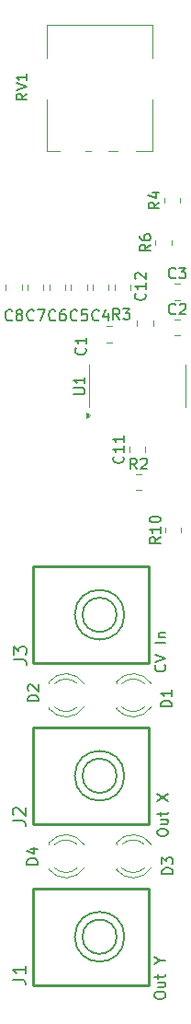
<source format=gbr>
%TF.GenerationSoftware,KiCad,Pcbnew,8.0.0*%
%TF.CreationDate,2024-06-17T17:20:25+02:00*%
%TF.ProjectId,Sloth,536c6f74-682e-46b6-9963-61645f706362,rev?*%
%TF.SameCoordinates,Original*%
%TF.FileFunction,Legend,Top*%
%TF.FilePolarity,Positive*%
%FSLAX46Y46*%
G04 Gerber Fmt 4.6, Leading zero omitted, Abs format (unit mm)*
G04 Created by KiCad (PCBNEW 8.0.0) date 2024-06-17 17:20:25*
%MOMM*%
%LPD*%
G01*
G04 APERTURE LIST*
%ADD10C,0.150000*%
%ADD11C,0.152400*%
%ADD12C,0.120000*%
%ADD13C,0.254000*%
%ADD14C,0.127000*%
G04 APERTURE END LIST*
D10*
X61055580Y-84980857D02*
X61103200Y-85028476D01*
X61103200Y-85028476D02*
X61150819Y-85171333D01*
X61150819Y-85171333D02*
X61150819Y-85266571D01*
X61150819Y-85266571D02*
X61103200Y-85409428D01*
X61103200Y-85409428D02*
X61007961Y-85504666D01*
X61007961Y-85504666D02*
X60912723Y-85552285D01*
X60912723Y-85552285D02*
X60722247Y-85599904D01*
X60722247Y-85599904D02*
X60579390Y-85599904D01*
X60579390Y-85599904D02*
X60388914Y-85552285D01*
X60388914Y-85552285D02*
X60293676Y-85504666D01*
X60293676Y-85504666D02*
X60198438Y-85409428D01*
X60198438Y-85409428D02*
X60150819Y-85266571D01*
X60150819Y-85266571D02*
X60150819Y-85171333D01*
X60150819Y-85171333D02*
X60198438Y-85028476D01*
X60198438Y-85028476D02*
X60246057Y-84980857D01*
X61150819Y-84028476D02*
X61150819Y-84599904D01*
X61150819Y-84314190D02*
X60150819Y-84314190D01*
X60150819Y-84314190D02*
X60293676Y-84409428D01*
X60293676Y-84409428D02*
X60388914Y-84504666D01*
X60388914Y-84504666D02*
X60436533Y-84599904D01*
X60246057Y-83647523D02*
X60198438Y-83599904D01*
X60198438Y-83599904D02*
X60150819Y-83504666D01*
X60150819Y-83504666D02*
X60150819Y-83266571D01*
X60150819Y-83266571D02*
X60198438Y-83171333D01*
X60198438Y-83171333D02*
X60246057Y-83123714D01*
X60246057Y-83123714D02*
X60341295Y-83076095D01*
X60341295Y-83076095D02*
X60436533Y-83076095D01*
X60436533Y-83076095D02*
X60579390Y-83123714D01*
X60579390Y-83123714D02*
X61150819Y-83695142D01*
X61150819Y-83695142D02*
X61150819Y-83076095D01*
D11*
X48866451Y-133457417D02*
X49728237Y-133457417D01*
X49728237Y-133457417D02*
X49900594Y-133514870D01*
X49900594Y-133514870D02*
X50015499Y-133629774D01*
X50015499Y-133629774D02*
X50072951Y-133802132D01*
X50072951Y-133802132D02*
X50072951Y-133917036D01*
X48981356Y-132940346D02*
X48923903Y-132882894D01*
X48923903Y-132882894D02*
X48866451Y-132767989D01*
X48866451Y-132767989D02*
X48866451Y-132480727D01*
X48866451Y-132480727D02*
X48923903Y-132365822D01*
X48923903Y-132365822D02*
X48981356Y-132308370D01*
X48981356Y-132308370D02*
X49096260Y-132250917D01*
X49096260Y-132250917D02*
X49211165Y-132250917D01*
X49211165Y-132250917D02*
X49383522Y-132308370D01*
X49383522Y-132308370D02*
X50072951Y-132997798D01*
X50072951Y-132997798D02*
X50072951Y-132250917D01*
D10*
X62211617Y-134653042D02*
X62211617Y-134462566D01*
X62211617Y-134462566D02*
X62259236Y-134367328D01*
X62259236Y-134367328D02*
X62354474Y-134272090D01*
X62354474Y-134272090D02*
X62544950Y-134224471D01*
X62544950Y-134224471D02*
X62878283Y-134224471D01*
X62878283Y-134224471D02*
X63068759Y-134272090D01*
X63068759Y-134272090D02*
X63163998Y-134367328D01*
X63163998Y-134367328D02*
X63211617Y-134462566D01*
X63211617Y-134462566D02*
X63211617Y-134653042D01*
X63211617Y-134653042D02*
X63163998Y-134748280D01*
X63163998Y-134748280D02*
X63068759Y-134843518D01*
X63068759Y-134843518D02*
X62878283Y-134891137D01*
X62878283Y-134891137D02*
X62544950Y-134891137D01*
X62544950Y-134891137D02*
X62354474Y-134843518D01*
X62354474Y-134843518D02*
X62259236Y-134748280D01*
X62259236Y-134748280D02*
X62211617Y-134653042D01*
X62544950Y-133367328D02*
X63211617Y-133367328D01*
X62544950Y-133795899D02*
X63068759Y-133795899D01*
X63068759Y-133795899D02*
X63163998Y-133748280D01*
X63163998Y-133748280D02*
X63211617Y-133653042D01*
X63211617Y-133653042D02*
X63211617Y-133510185D01*
X63211617Y-133510185D02*
X63163998Y-133414947D01*
X63163998Y-133414947D02*
X63116378Y-133367328D01*
X62544950Y-133033994D02*
X62544950Y-132653042D01*
X62211617Y-132891137D02*
X63068759Y-132891137D01*
X63068759Y-132891137D02*
X63163998Y-132843518D01*
X63163998Y-132843518D02*
X63211617Y-132748280D01*
X63211617Y-132748280D02*
X63211617Y-132653042D01*
X62211617Y-131653041D02*
X63211617Y-130986375D01*
X62211617Y-130986375D02*
X63211617Y-131653041D01*
X61600819Y-80504666D02*
X61124628Y-80837999D01*
X61600819Y-81076094D02*
X60600819Y-81076094D01*
X60600819Y-81076094D02*
X60600819Y-80695142D01*
X60600819Y-80695142D02*
X60648438Y-80599904D01*
X60648438Y-80599904D02*
X60696057Y-80552285D01*
X60696057Y-80552285D02*
X60791295Y-80504666D01*
X60791295Y-80504666D02*
X60934152Y-80504666D01*
X60934152Y-80504666D02*
X61029390Y-80552285D01*
X61029390Y-80552285D02*
X61077009Y-80599904D01*
X61077009Y-80599904D02*
X61124628Y-80695142D01*
X61124628Y-80695142D02*
X61124628Y-81076094D01*
X60600819Y-79647523D02*
X60600819Y-79837999D01*
X60600819Y-79837999D02*
X60648438Y-79933237D01*
X60648438Y-79933237D02*
X60696057Y-79980856D01*
X60696057Y-79980856D02*
X60838914Y-80076094D01*
X60838914Y-80076094D02*
X61029390Y-80123713D01*
X61029390Y-80123713D02*
X61410342Y-80123713D01*
X61410342Y-80123713D02*
X61505580Y-80076094D01*
X61505580Y-80076094D02*
X61553200Y-80028475D01*
X61553200Y-80028475D02*
X61600819Y-79933237D01*
X61600819Y-79933237D02*
X61600819Y-79742761D01*
X61600819Y-79742761D02*
X61553200Y-79647523D01*
X61553200Y-79647523D02*
X61505580Y-79599904D01*
X61505580Y-79599904D02*
X61410342Y-79552285D01*
X61410342Y-79552285D02*
X61172247Y-79552285D01*
X61172247Y-79552285D02*
X61077009Y-79599904D01*
X61077009Y-79599904D02*
X61029390Y-79647523D01*
X61029390Y-79647523D02*
X60981771Y-79742761D01*
X60981771Y-79742761D02*
X60981771Y-79933237D01*
X60981771Y-79933237D02*
X61029390Y-80028475D01*
X61029390Y-80028475D02*
X61077009Y-80076094D01*
X61077009Y-80076094D02*
X61172247Y-80123713D01*
X56829333Y-87397580D02*
X56781714Y-87445200D01*
X56781714Y-87445200D02*
X56638857Y-87492819D01*
X56638857Y-87492819D02*
X56543619Y-87492819D01*
X56543619Y-87492819D02*
X56400762Y-87445200D01*
X56400762Y-87445200D02*
X56305524Y-87349961D01*
X56305524Y-87349961D02*
X56257905Y-87254723D01*
X56257905Y-87254723D02*
X56210286Y-87064247D01*
X56210286Y-87064247D02*
X56210286Y-86921390D01*
X56210286Y-86921390D02*
X56257905Y-86730914D01*
X56257905Y-86730914D02*
X56305524Y-86635676D01*
X56305524Y-86635676D02*
X56400762Y-86540438D01*
X56400762Y-86540438D02*
X56543619Y-86492819D01*
X56543619Y-86492819D02*
X56638857Y-86492819D01*
X56638857Y-86492819D02*
X56781714Y-86540438D01*
X56781714Y-86540438D02*
X56829333Y-86588057D01*
X57686476Y-86826152D02*
X57686476Y-87492819D01*
X57448381Y-86445200D02*
X57210286Y-87159485D01*
X57210286Y-87159485D02*
X57829333Y-87159485D01*
X54829333Y-87397580D02*
X54781714Y-87445200D01*
X54781714Y-87445200D02*
X54638857Y-87492819D01*
X54638857Y-87492819D02*
X54543619Y-87492819D01*
X54543619Y-87492819D02*
X54400762Y-87445200D01*
X54400762Y-87445200D02*
X54305524Y-87349961D01*
X54305524Y-87349961D02*
X54257905Y-87254723D01*
X54257905Y-87254723D02*
X54210286Y-87064247D01*
X54210286Y-87064247D02*
X54210286Y-86921390D01*
X54210286Y-86921390D02*
X54257905Y-86730914D01*
X54257905Y-86730914D02*
X54305524Y-86635676D01*
X54305524Y-86635676D02*
X54400762Y-86540438D01*
X54400762Y-86540438D02*
X54543619Y-86492819D01*
X54543619Y-86492819D02*
X54638857Y-86492819D01*
X54638857Y-86492819D02*
X54781714Y-86540438D01*
X54781714Y-86540438D02*
X54829333Y-86588057D01*
X55734095Y-86492819D02*
X55257905Y-86492819D01*
X55257905Y-86492819D02*
X55210286Y-86969009D01*
X55210286Y-86969009D02*
X55257905Y-86921390D01*
X55257905Y-86921390D02*
X55353143Y-86873771D01*
X55353143Y-86873771D02*
X55591238Y-86873771D01*
X55591238Y-86873771D02*
X55686476Y-86921390D01*
X55686476Y-86921390D02*
X55734095Y-86969009D01*
X55734095Y-86969009D02*
X55781714Y-87064247D01*
X55781714Y-87064247D02*
X55781714Y-87302342D01*
X55781714Y-87302342D02*
X55734095Y-87397580D01*
X55734095Y-87397580D02*
X55686476Y-87445200D01*
X55686476Y-87445200D02*
X55591238Y-87492819D01*
X55591238Y-87492819D02*
X55353143Y-87492819D01*
X55353143Y-87492819D02*
X55257905Y-87445200D01*
X55257905Y-87445200D02*
X55210286Y-87397580D01*
X63550820Y-122976093D02*
X62550820Y-122976093D01*
X62550820Y-122976093D02*
X62550820Y-122737998D01*
X62550820Y-122737998D02*
X62598439Y-122595141D01*
X62598439Y-122595141D02*
X62693677Y-122499903D01*
X62693677Y-122499903D02*
X62788915Y-122452284D01*
X62788915Y-122452284D02*
X62979391Y-122404665D01*
X62979391Y-122404665D02*
X63122248Y-122404665D01*
X63122248Y-122404665D02*
X63312724Y-122452284D01*
X63312724Y-122452284D02*
X63407962Y-122499903D01*
X63407962Y-122499903D02*
X63503201Y-122595141D01*
X63503201Y-122595141D02*
X63550820Y-122737998D01*
X63550820Y-122737998D02*
X63550820Y-122976093D01*
X63550820Y-121452284D02*
X63550820Y-122023712D01*
X63550820Y-121737998D02*
X62550820Y-121737998D01*
X62550820Y-121737998D02*
X62693677Y-121833236D01*
X62693677Y-121833236D02*
X62788915Y-121928474D01*
X62788915Y-121928474D02*
X62836534Y-122023712D01*
D11*
X48866451Y-148057417D02*
X49728237Y-148057417D01*
X49728237Y-148057417D02*
X49900594Y-148114870D01*
X49900594Y-148114870D02*
X50015499Y-148229774D01*
X50015499Y-148229774D02*
X50072951Y-148402132D01*
X50072951Y-148402132D02*
X50072951Y-148517036D01*
X50072951Y-146850917D02*
X50072951Y-147540346D01*
X50072951Y-147195632D02*
X48866451Y-147195632D01*
X48866451Y-147195632D02*
X49038808Y-147310536D01*
X49038808Y-147310536D02*
X49153713Y-147425441D01*
X49153713Y-147425441D02*
X49211165Y-147540346D01*
D10*
X61963998Y-149605423D02*
X61963998Y-149414947D01*
X61963998Y-149414947D02*
X62011617Y-149319709D01*
X62011617Y-149319709D02*
X62106855Y-149224471D01*
X62106855Y-149224471D02*
X62297331Y-149176852D01*
X62297331Y-149176852D02*
X62630664Y-149176852D01*
X62630664Y-149176852D02*
X62821140Y-149224471D01*
X62821140Y-149224471D02*
X62916379Y-149319709D01*
X62916379Y-149319709D02*
X62963998Y-149414947D01*
X62963998Y-149414947D02*
X62963998Y-149605423D01*
X62963998Y-149605423D02*
X62916379Y-149700661D01*
X62916379Y-149700661D02*
X62821140Y-149795899D01*
X62821140Y-149795899D02*
X62630664Y-149843518D01*
X62630664Y-149843518D02*
X62297331Y-149843518D01*
X62297331Y-149843518D02*
X62106855Y-149795899D01*
X62106855Y-149795899D02*
X62011617Y-149700661D01*
X62011617Y-149700661D02*
X61963998Y-149605423D01*
X62297331Y-148319709D02*
X62963998Y-148319709D01*
X62297331Y-148748280D02*
X62821140Y-148748280D01*
X62821140Y-148748280D02*
X62916379Y-148700661D01*
X62916379Y-148700661D02*
X62963998Y-148605423D01*
X62963998Y-148605423D02*
X62963998Y-148462566D01*
X62963998Y-148462566D02*
X62916379Y-148367328D01*
X62916379Y-148367328D02*
X62868759Y-148319709D01*
X62297331Y-147986375D02*
X62297331Y-147605423D01*
X61963998Y-147843518D02*
X62821140Y-147843518D01*
X62821140Y-147843518D02*
X62916379Y-147795899D01*
X62916379Y-147795899D02*
X62963998Y-147700661D01*
X62963998Y-147700661D02*
X62963998Y-147605423D01*
X62487807Y-146319708D02*
X62963998Y-146319708D01*
X61963998Y-146653041D02*
X62487807Y-146319708D01*
X62487807Y-146319708D02*
X61963998Y-145986375D01*
X58729334Y-87392818D02*
X58396001Y-86916627D01*
X58157906Y-87392818D02*
X58157906Y-86392818D01*
X58157906Y-86392818D02*
X58538858Y-86392818D01*
X58538858Y-86392818D02*
X58634096Y-86440437D01*
X58634096Y-86440437D02*
X58681715Y-86488056D01*
X58681715Y-86488056D02*
X58729334Y-86583294D01*
X58729334Y-86583294D02*
X58729334Y-86726151D01*
X58729334Y-86726151D02*
X58681715Y-86821389D01*
X58681715Y-86821389D02*
X58634096Y-86869008D01*
X58634096Y-86869008D02*
X58538858Y-86916627D01*
X58538858Y-86916627D02*
X58157906Y-86916627D01*
X59062668Y-86392818D02*
X59681715Y-86392818D01*
X59681715Y-86392818D02*
X59348382Y-86773770D01*
X59348382Y-86773770D02*
X59491239Y-86773770D01*
X59491239Y-86773770D02*
X59586477Y-86821389D01*
X59586477Y-86821389D02*
X59634096Y-86869008D01*
X59634096Y-86869008D02*
X59681715Y-86964246D01*
X59681715Y-86964246D02*
X59681715Y-87202341D01*
X59681715Y-87202341D02*
X59634096Y-87297579D01*
X59634096Y-87297579D02*
X59586477Y-87345199D01*
X59586477Y-87345199D02*
X59491239Y-87392818D01*
X59491239Y-87392818D02*
X59205525Y-87392818D01*
X59205525Y-87392818D02*
X59110287Y-87345199D01*
X59110287Y-87345199D02*
X59062668Y-87297579D01*
X48829333Y-87397580D02*
X48781714Y-87445200D01*
X48781714Y-87445200D02*
X48638857Y-87492819D01*
X48638857Y-87492819D02*
X48543619Y-87492819D01*
X48543619Y-87492819D02*
X48400762Y-87445200D01*
X48400762Y-87445200D02*
X48305524Y-87349961D01*
X48305524Y-87349961D02*
X48257905Y-87254723D01*
X48257905Y-87254723D02*
X48210286Y-87064247D01*
X48210286Y-87064247D02*
X48210286Y-86921390D01*
X48210286Y-86921390D02*
X48257905Y-86730914D01*
X48257905Y-86730914D02*
X48305524Y-86635676D01*
X48305524Y-86635676D02*
X48400762Y-86540438D01*
X48400762Y-86540438D02*
X48543619Y-86492819D01*
X48543619Y-86492819D02*
X48638857Y-86492819D01*
X48638857Y-86492819D02*
X48781714Y-86540438D01*
X48781714Y-86540438D02*
X48829333Y-86588057D01*
X49400762Y-86921390D02*
X49305524Y-86873771D01*
X49305524Y-86873771D02*
X49257905Y-86826152D01*
X49257905Y-86826152D02*
X49210286Y-86730914D01*
X49210286Y-86730914D02*
X49210286Y-86683295D01*
X49210286Y-86683295D02*
X49257905Y-86588057D01*
X49257905Y-86588057D02*
X49305524Y-86540438D01*
X49305524Y-86540438D02*
X49400762Y-86492819D01*
X49400762Y-86492819D02*
X49591238Y-86492819D01*
X49591238Y-86492819D02*
X49686476Y-86540438D01*
X49686476Y-86540438D02*
X49734095Y-86588057D01*
X49734095Y-86588057D02*
X49781714Y-86683295D01*
X49781714Y-86683295D02*
X49781714Y-86730914D01*
X49781714Y-86730914D02*
X49734095Y-86826152D01*
X49734095Y-86826152D02*
X49686476Y-86873771D01*
X49686476Y-86873771D02*
X49591238Y-86921390D01*
X49591238Y-86921390D02*
X49400762Y-86921390D01*
X49400762Y-86921390D02*
X49305524Y-86969009D01*
X49305524Y-86969009D02*
X49257905Y-87016628D01*
X49257905Y-87016628D02*
X49210286Y-87111866D01*
X49210286Y-87111866D02*
X49210286Y-87302342D01*
X49210286Y-87302342D02*
X49257905Y-87397580D01*
X49257905Y-87397580D02*
X49305524Y-87445200D01*
X49305524Y-87445200D02*
X49400762Y-87492819D01*
X49400762Y-87492819D02*
X49591238Y-87492819D01*
X49591238Y-87492819D02*
X49686476Y-87445200D01*
X49686476Y-87445200D02*
X49734095Y-87397580D01*
X49734095Y-87397580D02*
X49781714Y-87302342D01*
X49781714Y-87302342D02*
X49781714Y-87111866D01*
X49781714Y-87111866D02*
X49734095Y-87016628D01*
X49734095Y-87016628D02*
X49686476Y-86969009D01*
X49686476Y-86969009D02*
X49591238Y-86921390D01*
X63650819Y-138376094D02*
X62650819Y-138376094D01*
X62650819Y-138376094D02*
X62650819Y-138137999D01*
X62650819Y-138137999D02*
X62698438Y-137995142D01*
X62698438Y-137995142D02*
X62793676Y-137899904D01*
X62793676Y-137899904D02*
X62888914Y-137852285D01*
X62888914Y-137852285D02*
X63079390Y-137804666D01*
X63079390Y-137804666D02*
X63222247Y-137804666D01*
X63222247Y-137804666D02*
X63412723Y-137852285D01*
X63412723Y-137852285D02*
X63507961Y-137899904D01*
X63507961Y-137899904D02*
X63603200Y-137995142D01*
X63603200Y-137995142D02*
X63650819Y-138137999D01*
X63650819Y-138137999D02*
X63650819Y-138376094D01*
X62650819Y-137471332D02*
X62650819Y-136852285D01*
X62650819Y-136852285D02*
X63031771Y-137185618D01*
X63031771Y-137185618D02*
X63031771Y-137042761D01*
X63031771Y-137042761D02*
X63079390Y-136947523D01*
X63079390Y-136947523D02*
X63127009Y-136899904D01*
X63127009Y-136899904D02*
X63222247Y-136852285D01*
X63222247Y-136852285D02*
X63460342Y-136852285D01*
X63460342Y-136852285D02*
X63555580Y-136899904D01*
X63555580Y-136899904D02*
X63603200Y-136947523D01*
X63603200Y-136947523D02*
X63650819Y-137042761D01*
X63650819Y-137042761D02*
X63650819Y-137328475D01*
X63650819Y-137328475D02*
X63603200Y-137423713D01*
X63603200Y-137423713D02*
X63555580Y-137471332D01*
X62500819Y-107380857D02*
X62024628Y-107714190D01*
X62500819Y-107952285D02*
X61500819Y-107952285D01*
X61500819Y-107952285D02*
X61500819Y-107571333D01*
X61500819Y-107571333D02*
X61548438Y-107476095D01*
X61548438Y-107476095D02*
X61596057Y-107428476D01*
X61596057Y-107428476D02*
X61691295Y-107380857D01*
X61691295Y-107380857D02*
X61834152Y-107380857D01*
X61834152Y-107380857D02*
X61929390Y-107428476D01*
X61929390Y-107428476D02*
X61977009Y-107476095D01*
X61977009Y-107476095D02*
X62024628Y-107571333D01*
X62024628Y-107571333D02*
X62024628Y-107952285D01*
X62500819Y-106428476D02*
X62500819Y-106999904D01*
X62500819Y-106714190D02*
X61500819Y-106714190D01*
X61500819Y-106714190D02*
X61643676Y-106809428D01*
X61643676Y-106809428D02*
X61738914Y-106904666D01*
X61738914Y-106904666D02*
X61786533Y-106999904D01*
X61500819Y-105809428D02*
X61500819Y-105714190D01*
X61500819Y-105714190D02*
X61548438Y-105618952D01*
X61548438Y-105618952D02*
X61596057Y-105571333D01*
X61596057Y-105571333D02*
X61691295Y-105523714D01*
X61691295Y-105523714D02*
X61881771Y-105476095D01*
X61881771Y-105476095D02*
X62119866Y-105476095D01*
X62119866Y-105476095D02*
X62310342Y-105523714D01*
X62310342Y-105523714D02*
X62405580Y-105571333D01*
X62405580Y-105571333D02*
X62453200Y-105618952D01*
X62453200Y-105618952D02*
X62500819Y-105714190D01*
X62500819Y-105714190D02*
X62500819Y-105809428D01*
X62500819Y-105809428D02*
X62453200Y-105904666D01*
X62453200Y-105904666D02*
X62405580Y-105952285D01*
X62405580Y-105952285D02*
X62310342Y-105999904D01*
X62310342Y-105999904D02*
X62119866Y-106047523D01*
X62119866Y-106047523D02*
X61881771Y-106047523D01*
X61881771Y-106047523D02*
X61691295Y-105999904D01*
X61691295Y-105999904D02*
X61596057Y-105952285D01*
X61596057Y-105952285D02*
X61548438Y-105904666D01*
X61548438Y-105904666D02*
X61500819Y-105809428D01*
X62400819Y-76604666D02*
X61924628Y-76937999D01*
X62400819Y-77176094D02*
X61400819Y-77176094D01*
X61400819Y-77176094D02*
X61400819Y-76795142D01*
X61400819Y-76795142D02*
X61448438Y-76699904D01*
X61448438Y-76699904D02*
X61496057Y-76652285D01*
X61496057Y-76652285D02*
X61591295Y-76604666D01*
X61591295Y-76604666D02*
X61734152Y-76604666D01*
X61734152Y-76604666D02*
X61829390Y-76652285D01*
X61829390Y-76652285D02*
X61877009Y-76699904D01*
X61877009Y-76699904D02*
X61924628Y-76795142D01*
X61924628Y-76795142D02*
X61924628Y-77176094D01*
X61734152Y-75747523D02*
X62400819Y-75747523D01*
X61353200Y-75985618D02*
X62067485Y-76223713D01*
X62067485Y-76223713D02*
X62067485Y-75604666D01*
X50829333Y-87397580D02*
X50781714Y-87445200D01*
X50781714Y-87445200D02*
X50638857Y-87492819D01*
X50638857Y-87492819D02*
X50543619Y-87492819D01*
X50543619Y-87492819D02*
X50400762Y-87445200D01*
X50400762Y-87445200D02*
X50305524Y-87349961D01*
X50305524Y-87349961D02*
X50257905Y-87254723D01*
X50257905Y-87254723D02*
X50210286Y-87064247D01*
X50210286Y-87064247D02*
X50210286Y-86921390D01*
X50210286Y-86921390D02*
X50257905Y-86730914D01*
X50257905Y-86730914D02*
X50305524Y-86635676D01*
X50305524Y-86635676D02*
X50400762Y-86540438D01*
X50400762Y-86540438D02*
X50543619Y-86492819D01*
X50543619Y-86492819D02*
X50638857Y-86492819D01*
X50638857Y-86492819D02*
X50781714Y-86540438D01*
X50781714Y-86540438D02*
X50829333Y-86588057D01*
X51162667Y-86492819D02*
X51829333Y-86492819D01*
X51829333Y-86492819D02*
X51400762Y-87492819D01*
X50210819Y-66623238D02*
X49734628Y-66956571D01*
X50210819Y-67194666D02*
X49210819Y-67194666D01*
X49210819Y-67194666D02*
X49210819Y-66813714D01*
X49210819Y-66813714D02*
X49258438Y-66718476D01*
X49258438Y-66718476D02*
X49306057Y-66670857D01*
X49306057Y-66670857D02*
X49401295Y-66623238D01*
X49401295Y-66623238D02*
X49544152Y-66623238D01*
X49544152Y-66623238D02*
X49639390Y-66670857D01*
X49639390Y-66670857D02*
X49687009Y-66718476D01*
X49687009Y-66718476D02*
X49734628Y-66813714D01*
X49734628Y-66813714D02*
X49734628Y-67194666D01*
X49210819Y-66337523D02*
X50210819Y-66004190D01*
X50210819Y-66004190D02*
X49210819Y-65670857D01*
X50210819Y-64813714D02*
X50210819Y-65385142D01*
X50210819Y-65099428D02*
X49210819Y-65099428D01*
X49210819Y-65099428D02*
X49353676Y-65194666D01*
X49353676Y-65194666D02*
X49448914Y-65289904D01*
X49448914Y-65289904D02*
X49496533Y-65385142D01*
X51250819Y-122476094D02*
X50250819Y-122476094D01*
X50250819Y-122476094D02*
X50250819Y-122237999D01*
X50250819Y-122237999D02*
X50298438Y-122095142D01*
X50298438Y-122095142D02*
X50393676Y-121999904D01*
X50393676Y-121999904D02*
X50488914Y-121952285D01*
X50488914Y-121952285D02*
X50679390Y-121904666D01*
X50679390Y-121904666D02*
X50822247Y-121904666D01*
X50822247Y-121904666D02*
X51012723Y-121952285D01*
X51012723Y-121952285D02*
X51107961Y-121999904D01*
X51107961Y-121999904D02*
X51203200Y-122095142D01*
X51203200Y-122095142D02*
X51250819Y-122237999D01*
X51250819Y-122237999D02*
X51250819Y-122476094D01*
X50346057Y-121523713D02*
X50298438Y-121476094D01*
X50298438Y-121476094D02*
X50250819Y-121380856D01*
X50250819Y-121380856D02*
X50250819Y-121142761D01*
X50250819Y-121142761D02*
X50298438Y-121047523D01*
X50298438Y-121047523D02*
X50346057Y-120999904D01*
X50346057Y-120999904D02*
X50441295Y-120952285D01*
X50441295Y-120952285D02*
X50536533Y-120952285D01*
X50536533Y-120952285D02*
X50679390Y-120999904D01*
X50679390Y-120999904D02*
X51250819Y-121571332D01*
X51250819Y-121571332D02*
X51250819Y-120952285D01*
X63891833Y-86817580D02*
X63844214Y-86865200D01*
X63844214Y-86865200D02*
X63701357Y-86912819D01*
X63701357Y-86912819D02*
X63606119Y-86912819D01*
X63606119Y-86912819D02*
X63463262Y-86865200D01*
X63463262Y-86865200D02*
X63368024Y-86769961D01*
X63368024Y-86769961D02*
X63320405Y-86674723D01*
X63320405Y-86674723D02*
X63272786Y-86484247D01*
X63272786Y-86484247D02*
X63272786Y-86341390D01*
X63272786Y-86341390D02*
X63320405Y-86150914D01*
X63320405Y-86150914D02*
X63368024Y-86055676D01*
X63368024Y-86055676D02*
X63463262Y-85960438D01*
X63463262Y-85960438D02*
X63606119Y-85912819D01*
X63606119Y-85912819D02*
X63701357Y-85912819D01*
X63701357Y-85912819D02*
X63844214Y-85960438D01*
X63844214Y-85960438D02*
X63891833Y-86008057D01*
X64272786Y-86008057D02*
X64320405Y-85960438D01*
X64320405Y-85960438D02*
X64415643Y-85912819D01*
X64415643Y-85912819D02*
X64653738Y-85912819D01*
X64653738Y-85912819D02*
X64748976Y-85960438D01*
X64748976Y-85960438D02*
X64796595Y-86008057D01*
X64796595Y-86008057D02*
X64844214Y-86103295D01*
X64844214Y-86103295D02*
X64844214Y-86198533D01*
X64844214Y-86198533D02*
X64796595Y-86341390D01*
X64796595Y-86341390D02*
X64225167Y-86912819D01*
X64225167Y-86912819D02*
X64844214Y-86912819D01*
X63891833Y-83517580D02*
X63844214Y-83565200D01*
X63844214Y-83565200D02*
X63701357Y-83612819D01*
X63701357Y-83612819D02*
X63606119Y-83612819D01*
X63606119Y-83612819D02*
X63463262Y-83565200D01*
X63463262Y-83565200D02*
X63368024Y-83469961D01*
X63368024Y-83469961D02*
X63320405Y-83374723D01*
X63320405Y-83374723D02*
X63272786Y-83184247D01*
X63272786Y-83184247D02*
X63272786Y-83041390D01*
X63272786Y-83041390D02*
X63320405Y-82850914D01*
X63320405Y-82850914D02*
X63368024Y-82755676D01*
X63368024Y-82755676D02*
X63463262Y-82660438D01*
X63463262Y-82660438D02*
X63606119Y-82612819D01*
X63606119Y-82612819D02*
X63701357Y-82612819D01*
X63701357Y-82612819D02*
X63844214Y-82660438D01*
X63844214Y-82660438D02*
X63891833Y-82708057D01*
X64225167Y-82612819D02*
X64844214Y-82612819D01*
X64844214Y-82612819D02*
X64510881Y-82993771D01*
X64510881Y-82993771D02*
X64653738Y-82993771D01*
X64653738Y-82993771D02*
X64748976Y-83041390D01*
X64748976Y-83041390D02*
X64796595Y-83089009D01*
X64796595Y-83089009D02*
X64844214Y-83184247D01*
X64844214Y-83184247D02*
X64844214Y-83422342D01*
X64844214Y-83422342D02*
X64796595Y-83517580D01*
X64796595Y-83517580D02*
X64748976Y-83565200D01*
X64748976Y-83565200D02*
X64653738Y-83612819D01*
X64653738Y-83612819D02*
X64368024Y-83612819D01*
X64368024Y-83612819D02*
X64272786Y-83565200D01*
X64272786Y-83565200D02*
X64225167Y-83517580D01*
X59038080Y-99980857D02*
X59085700Y-100028476D01*
X59085700Y-100028476D02*
X59133319Y-100171333D01*
X59133319Y-100171333D02*
X59133319Y-100266571D01*
X59133319Y-100266571D02*
X59085700Y-100409428D01*
X59085700Y-100409428D02*
X58990461Y-100504666D01*
X58990461Y-100504666D02*
X58895223Y-100552285D01*
X58895223Y-100552285D02*
X58704747Y-100599904D01*
X58704747Y-100599904D02*
X58561890Y-100599904D01*
X58561890Y-100599904D02*
X58371414Y-100552285D01*
X58371414Y-100552285D02*
X58276176Y-100504666D01*
X58276176Y-100504666D02*
X58180938Y-100409428D01*
X58180938Y-100409428D02*
X58133319Y-100266571D01*
X58133319Y-100266571D02*
X58133319Y-100171333D01*
X58133319Y-100171333D02*
X58180938Y-100028476D01*
X58180938Y-100028476D02*
X58228557Y-99980857D01*
X59133319Y-99028476D02*
X59133319Y-99599904D01*
X59133319Y-99314190D02*
X58133319Y-99314190D01*
X58133319Y-99314190D02*
X58276176Y-99409428D01*
X58276176Y-99409428D02*
X58371414Y-99504666D01*
X58371414Y-99504666D02*
X58419033Y-99599904D01*
X59133319Y-98076095D02*
X59133319Y-98647523D01*
X59133319Y-98361809D02*
X58133319Y-98361809D01*
X58133319Y-98361809D02*
X58276176Y-98457047D01*
X58276176Y-98457047D02*
X58371414Y-98552285D01*
X58371414Y-98552285D02*
X58419033Y-98647523D01*
X52829333Y-87397580D02*
X52781714Y-87445200D01*
X52781714Y-87445200D02*
X52638857Y-87492819D01*
X52638857Y-87492819D02*
X52543619Y-87492819D01*
X52543619Y-87492819D02*
X52400762Y-87445200D01*
X52400762Y-87445200D02*
X52305524Y-87349961D01*
X52305524Y-87349961D02*
X52257905Y-87254723D01*
X52257905Y-87254723D02*
X52210286Y-87064247D01*
X52210286Y-87064247D02*
X52210286Y-86921390D01*
X52210286Y-86921390D02*
X52257905Y-86730914D01*
X52257905Y-86730914D02*
X52305524Y-86635676D01*
X52305524Y-86635676D02*
X52400762Y-86540438D01*
X52400762Y-86540438D02*
X52543619Y-86492819D01*
X52543619Y-86492819D02*
X52638857Y-86492819D01*
X52638857Y-86492819D02*
X52781714Y-86540438D01*
X52781714Y-86540438D02*
X52829333Y-86588057D01*
X53686476Y-86492819D02*
X53496000Y-86492819D01*
X53496000Y-86492819D02*
X53400762Y-86540438D01*
X53400762Y-86540438D02*
X53353143Y-86588057D01*
X53353143Y-86588057D02*
X53257905Y-86730914D01*
X53257905Y-86730914D02*
X53210286Y-86921390D01*
X53210286Y-86921390D02*
X53210286Y-87302342D01*
X53210286Y-87302342D02*
X53257905Y-87397580D01*
X53257905Y-87397580D02*
X53305524Y-87445200D01*
X53305524Y-87445200D02*
X53400762Y-87492819D01*
X53400762Y-87492819D02*
X53591238Y-87492819D01*
X53591238Y-87492819D02*
X53686476Y-87445200D01*
X53686476Y-87445200D02*
X53734095Y-87397580D01*
X53734095Y-87397580D02*
X53781714Y-87302342D01*
X53781714Y-87302342D02*
X53781714Y-87064247D01*
X53781714Y-87064247D02*
X53734095Y-86969009D01*
X53734095Y-86969009D02*
X53686476Y-86921390D01*
X53686476Y-86921390D02*
X53591238Y-86873771D01*
X53591238Y-86873771D02*
X53400762Y-86873771D01*
X53400762Y-86873771D02*
X53305524Y-86921390D01*
X53305524Y-86921390D02*
X53257905Y-86969009D01*
X53257905Y-86969009D02*
X53210286Y-87064247D01*
X54523319Y-94262404D02*
X55332842Y-94262404D01*
X55332842Y-94262404D02*
X55428080Y-94214785D01*
X55428080Y-94214785D02*
X55475700Y-94167166D01*
X55475700Y-94167166D02*
X55523319Y-94071928D01*
X55523319Y-94071928D02*
X55523319Y-93881452D01*
X55523319Y-93881452D02*
X55475700Y-93786214D01*
X55475700Y-93786214D02*
X55428080Y-93738595D01*
X55428080Y-93738595D02*
X55332842Y-93690976D01*
X55332842Y-93690976D02*
X54523319Y-93690976D01*
X55523319Y-92690976D02*
X55523319Y-93262404D01*
X55523319Y-92976690D02*
X54523319Y-92976690D01*
X54523319Y-92976690D02*
X54666176Y-93071928D01*
X54666176Y-93071928D02*
X54761414Y-93167166D01*
X54761414Y-93167166D02*
X54809033Y-93262404D01*
X60329333Y-101142819D02*
X59996000Y-100666628D01*
X59757905Y-101142819D02*
X59757905Y-100142819D01*
X59757905Y-100142819D02*
X60138857Y-100142819D01*
X60138857Y-100142819D02*
X60234095Y-100190438D01*
X60234095Y-100190438D02*
X60281714Y-100238057D01*
X60281714Y-100238057D02*
X60329333Y-100333295D01*
X60329333Y-100333295D02*
X60329333Y-100476152D01*
X60329333Y-100476152D02*
X60281714Y-100571390D01*
X60281714Y-100571390D02*
X60234095Y-100619009D01*
X60234095Y-100619009D02*
X60138857Y-100666628D01*
X60138857Y-100666628D02*
X59757905Y-100666628D01*
X60710286Y-100238057D02*
X60757905Y-100190438D01*
X60757905Y-100190438D02*
X60853143Y-100142819D01*
X60853143Y-100142819D02*
X61091238Y-100142819D01*
X61091238Y-100142819D02*
X61186476Y-100190438D01*
X61186476Y-100190438D02*
X61234095Y-100238057D01*
X61234095Y-100238057D02*
X61281714Y-100333295D01*
X61281714Y-100333295D02*
X61281714Y-100428533D01*
X61281714Y-100428533D02*
X61234095Y-100571390D01*
X61234095Y-100571390D02*
X60662667Y-101142819D01*
X60662667Y-101142819D02*
X61281714Y-101142819D01*
D11*
X48966451Y-118657417D02*
X49828237Y-118657417D01*
X49828237Y-118657417D02*
X50000594Y-118714870D01*
X50000594Y-118714870D02*
X50115499Y-118829774D01*
X50115499Y-118829774D02*
X50172951Y-119002132D01*
X50172951Y-119002132D02*
X50172951Y-119117036D01*
X48966451Y-118197798D02*
X48966451Y-117450917D01*
X48966451Y-117450917D02*
X49426070Y-117853084D01*
X49426070Y-117853084D02*
X49426070Y-117680727D01*
X49426070Y-117680727D02*
X49483522Y-117565822D01*
X49483522Y-117565822D02*
X49540975Y-117508370D01*
X49540975Y-117508370D02*
X49655879Y-117450917D01*
X49655879Y-117450917D02*
X49943141Y-117450917D01*
X49943141Y-117450917D02*
X50058046Y-117508370D01*
X50058046Y-117508370D02*
X50115499Y-117565822D01*
X50115499Y-117565822D02*
X50172951Y-117680727D01*
X50172951Y-117680727D02*
X50172951Y-118025441D01*
X50172951Y-118025441D02*
X50115499Y-118140346D01*
X50115499Y-118140346D02*
X50058046Y-118197798D01*
D10*
X62897330Y-119153042D02*
X62944950Y-119200661D01*
X62944950Y-119200661D02*
X62992569Y-119343518D01*
X62992569Y-119343518D02*
X62992569Y-119438756D01*
X62992569Y-119438756D02*
X62944950Y-119581613D01*
X62944950Y-119581613D02*
X62849711Y-119676851D01*
X62849711Y-119676851D02*
X62754473Y-119724470D01*
X62754473Y-119724470D02*
X62563997Y-119772089D01*
X62563997Y-119772089D02*
X62421140Y-119772089D01*
X62421140Y-119772089D02*
X62230664Y-119724470D01*
X62230664Y-119724470D02*
X62135426Y-119676851D01*
X62135426Y-119676851D02*
X62040188Y-119581613D01*
X62040188Y-119581613D02*
X61992569Y-119438756D01*
X61992569Y-119438756D02*
X61992569Y-119343518D01*
X61992569Y-119343518D02*
X62040188Y-119200661D01*
X62040188Y-119200661D02*
X62087807Y-119153042D01*
X61992569Y-118867327D02*
X62992569Y-118533994D01*
X62992569Y-118533994D02*
X61992569Y-118200661D01*
X62992569Y-117105422D02*
X61992569Y-117105422D01*
X62325902Y-116629232D02*
X62992569Y-116629232D01*
X62421140Y-116629232D02*
X62373521Y-116581613D01*
X62373521Y-116581613D02*
X62325902Y-116486375D01*
X62325902Y-116486375D02*
X62325902Y-116343518D01*
X62325902Y-116343518D02*
X62373521Y-116248280D01*
X62373521Y-116248280D02*
X62468759Y-116200661D01*
X62468759Y-116200661D02*
X62992569Y-116200661D01*
X51175819Y-137476094D02*
X50175819Y-137476094D01*
X50175819Y-137476094D02*
X50175819Y-137237999D01*
X50175819Y-137237999D02*
X50223438Y-137095142D01*
X50223438Y-137095142D02*
X50318676Y-136999904D01*
X50318676Y-136999904D02*
X50413914Y-136952285D01*
X50413914Y-136952285D02*
X50604390Y-136904666D01*
X50604390Y-136904666D02*
X50747247Y-136904666D01*
X50747247Y-136904666D02*
X50937723Y-136952285D01*
X50937723Y-136952285D02*
X51032961Y-136999904D01*
X51032961Y-136999904D02*
X51128200Y-137095142D01*
X51128200Y-137095142D02*
X51175819Y-137237999D01*
X51175819Y-137237999D02*
X51175819Y-137476094D01*
X50509152Y-136047523D02*
X51175819Y-136047523D01*
X50128200Y-136285618D02*
X50842485Y-136523713D01*
X50842485Y-136523713D02*
X50842485Y-135904666D01*
X55555580Y-90004666D02*
X55603200Y-90052285D01*
X55603200Y-90052285D02*
X55650819Y-90195142D01*
X55650819Y-90195142D02*
X55650819Y-90290380D01*
X55650819Y-90290380D02*
X55603200Y-90433237D01*
X55603200Y-90433237D02*
X55507961Y-90528475D01*
X55507961Y-90528475D02*
X55412723Y-90576094D01*
X55412723Y-90576094D02*
X55222247Y-90623713D01*
X55222247Y-90623713D02*
X55079390Y-90623713D01*
X55079390Y-90623713D02*
X54888914Y-90576094D01*
X54888914Y-90576094D02*
X54793676Y-90528475D01*
X54793676Y-90528475D02*
X54698438Y-90433237D01*
X54698438Y-90433237D02*
X54650819Y-90290380D01*
X54650819Y-90290380D02*
X54650819Y-90195142D01*
X54650819Y-90195142D02*
X54698438Y-90052285D01*
X54698438Y-90052285D02*
X54746057Y-90004666D01*
X55650819Y-89052285D02*
X55650819Y-89623713D01*
X55650819Y-89337999D02*
X54650819Y-89337999D01*
X54650819Y-89337999D02*
X54793676Y-89433237D01*
X54793676Y-89433237D02*
X54888914Y-89528475D01*
X54888914Y-89528475D02*
X54936533Y-89623713D01*
D12*
%TO.C,C12*%
X60361000Y-87999252D02*
X60361000Y-87476748D01*
X61831000Y-87999252D02*
X61831000Y-87476748D01*
D13*
%TO.C,J2*%
X50736500Y-124893000D02*
X50736500Y-133783000D01*
X50736500Y-133783000D02*
X61404500Y-133783000D01*
X61404500Y-124893000D02*
X50736500Y-124893000D01*
X61404500Y-133783000D02*
X61404500Y-124893000D01*
D14*
X58470800Y-129338000D02*
G75*
G02*
X55321200Y-129338000I-1574800J0D01*
G01*
X55321200Y-129338000D02*
G75*
G02*
X58470800Y-129338000I1574800J0D01*
G01*
X59182000Y-129338000D02*
G75*
G02*
X54610000Y-129338000I-2286000J0D01*
G01*
X54610000Y-129338000D02*
G75*
G02*
X59182000Y-129338000I2286000J0D01*
G01*
D12*
%TO.C,R6*%
X62061000Y-80565064D02*
X62061000Y-80110936D01*
X63531000Y-80565064D02*
X63531000Y-80110936D01*
%TO.C,C4*%
X56261000Y-84699252D02*
X56261000Y-84176748D01*
X57731000Y-84699252D02*
X57731000Y-84176748D01*
%TO.C,C5*%
X54261000Y-84699252D02*
X54261000Y-84176748D01*
X55731000Y-84699252D02*
X55731000Y-84176748D01*
%TO.C,D1*%
X58431000Y-120702000D02*
X58431000Y-120858000D01*
X58431000Y-123018000D02*
X58431000Y-123174000D01*
X58431001Y-120702485D02*
G75*
G02*
X61663334Y-120859392I1559999J-1235515D01*
G01*
X58950040Y-120858001D02*
G75*
G02*
X61032129Y-120858164I1040960J-1079999D01*
G01*
X61032129Y-123017836D02*
G75*
G02*
X58950040Y-123017999I-1041129J1079836D01*
G01*
X61663334Y-123016608D02*
G75*
G02*
X58431001Y-123173515I-1672334J1078608D01*
G01*
D13*
%TO.C,J1*%
X50736500Y-139693000D02*
X50736500Y-148583000D01*
X50736500Y-148583000D02*
X61404500Y-148583000D01*
X61404500Y-139693000D02*
X50736500Y-139693000D01*
X61404500Y-148583000D02*
X61404500Y-139693000D01*
D14*
X58470800Y-144138000D02*
G75*
G02*
X55321200Y-144138000I-1574800J0D01*
G01*
X55321200Y-144138000D02*
G75*
G02*
X58470800Y-144138000I1574800J0D01*
G01*
X59182000Y-144138000D02*
G75*
G02*
X54610000Y-144138000I-2286000J0D01*
G01*
X54610000Y-144138000D02*
G75*
G02*
X59182000Y-144138000I2286000J0D01*
G01*
D12*
%TO.C,R3*%
X58261000Y-84210936D02*
X58261000Y-84665064D01*
X59731000Y-84210936D02*
X59731000Y-84665064D01*
%TO.C,C8*%
X48261000Y-84699252D02*
X48261000Y-84176748D01*
X49731000Y-84699252D02*
X49731000Y-84176748D01*
%TO.C,D3*%
X58431000Y-135502000D02*
X58431000Y-135658000D01*
X58431000Y-137818000D02*
X58431000Y-137974000D01*
X58431001Y-135502485D02*
G75*
G02*
X61663334Y-135659392I1559999J-1235515D01*
G01*
X58950040Y-135658001D02*
G75*
G02*
X61032129Y-135658164I1040960J-1079999D01*
G01*
X61032129Y-137817836D02*
G75*
G02*
X58950040Y-137817999I-1041129J1079836D01*
G01*
X61663334Y-137816608D02*
G75*
G02*
X58431001Y-137973515I-1672334J1078608D01*
G01*
%TO.C,R10*%
X62961000Y-106965064D02*
X62961000Y-106510936D01*
X64431000Y-106965064D02*
X64431000Y-106510936D01*
%TO.C,R4*%
X62861000Y-76665064D02*
X62861000Y-76210936D01*
X64331000Y-76665064D02*
X64331000Y-76210936D01*
%TO.C,C7*%
X50261000Y-84699252D02*
X50261000Y-84176748D01*
X51731000Y-84699252D02*
X51731000Y-84176748D01*
%TO.C,RV1*%
X52016000Y-71858000D02*
X52016000Y-67138000D01*
X52026000Y-63328000D02*
X52026000Y-60268000D01*
X53206000Y-71858000D02*
X52026000Y-71858000D01*
X56106000Y-71858000D02*
X55576000Y-71858000D01*
X58556000Y-71858000D02*
X57726000Y-71858000D01*
X61766000Y-60268000D02*
X52026000Y-60268000D01*
X61766000Y-63328000D02*
X61766000Y-60268000D01*
X61766000Y-71858000D02*
X60276000Y-71858000D01*
X61766000Y-71858000D02*
X61766000Y-67138000D01*
%TO.C,D2*%
X52231000Y-120702000D02*
X52231000Y-120858000D01*
X52231000Y-123018000D02*
X52231000Y-123174000D01*
X52231001Y-120702485D02*
G75*
G02*
X55463334Y-120859392I1559999J-1235515D01*
G01*
X52750040Y-120858001D02*
G75*
G02*
X54832129Y-120858164I1040960J-1079999D01*
G01*
X54832129Y-123017836D02*
G75*
G02*
X52750040Y-123017999I-1041129J1079836D01*
G01*
X55463334Y-123016608D02*
G75*
G02*
X52231001Y-123173515I-1672334J1078608D01*
G01*
%TO.C,C2*%
X63797248Y-87403000D02*
X64319752Y-87403000D01*
X63797248Y-88873000D02*
X64319752Y-88873000D01*
%TO.C,C3*%
X63797248Y-84103000D02*
X64319752Y-84103000D01*
X63797248Y-85573000D02*
X64319752Y-85573000D01*
%TO.C,C11*%
X59623500Y-99599252D02*
X59623500Y-99076748D01*
X61093500Y-99599252D02*
X61093500Y-99076748D01*
%TO.C,C6*%
X52261000Y-84699252D02*
X52261000Y-84176748D01*
X53731000Y-84699252D02*
X53731000Y-84176748D01*
%TO.C,U1*%
X55913500Y-93500500D02*
X55913500Y-91550500D01*
X55913500Y-93500500D02*
X55913500Y-95450500D01*
X64783500Y-93500500D02*
X64783500Y-91550500D01*
X64783500Y-93500500D02*
X64783500Y-95450500D01*
X55978500Y-96200500D02*
X55648500Y-96440500D01*
X55648500Y-95960500D01*
X55978500Y-96200500D01*
G36*
X55978500Y-96200500D02*
G01*
X55648500Y-96440500D01*
X55648500Y-95960500D01*
X55978500Y-96200500D01*
G37*
%TO.C,R2*%
X60268936Y-101603000D02*
X60723064Y-101603000D01*
X60268936Y-103073000D02*
X60723064Y-103073000D01*
D13*
%TO.C,J3*%
X50736500Y-110093000D02*
X50736500Y-118983000D01*
X50736500Y-118983000D02*
X61404500Y-118983000D01*
X61404500Y-110093000D02*
X50736500Y-110093000D01*
X61404500Y-118983000D02*
X61404500Y-110093000D01*
D14*
X58470800Y-114538000D02*
G75*
G02*
X55321200Y-114538000I-1574800J0D01*
G01*
X55321200Y-114538000D02*
G75*
G02*
X58470800Y-114538000I1574800J0D01*
G01*
X59182000Y-114538000D02*
G75*
G02*
X54610000Y-114538000I-2286000J0D01*
G01*
X54610000Y-114538000D02*
G75*
G02*
X59182000Y-114538000I2286000J0D01*
G01*
D12*
%TO.C,D4*%
X52231000Y-135502000D02*
X52231000Y-135658000D01*
X52231000Y-137818000D02*
X52231000Y-137974000D01*
X52231001Y-135502485D02*
G75*
G02*
X55463334Y-135659392I1559999J-1235515D01*
G01*
X52750040Y-135658001D02*
G75*
G02*
X54832129Y-135658164I1040960J-1079999D01*
G01*
X54832129Y-137817836D02*
G75*
G02*
X52750040Y-137817999I-1041129J1079836D01*
G01*
X55463334Y-137816608D02*
G75*
G02*
X52231001Y-137973515I-1672334J1078608D01*
G01*
%TO.C,C1*%
X58019752Y-88003000D02*
X57497248Y-88003000D01*
X58019752Y-89473000D02*
X57497248Y-89473000D01*
%TD*%
M02*

</source>
